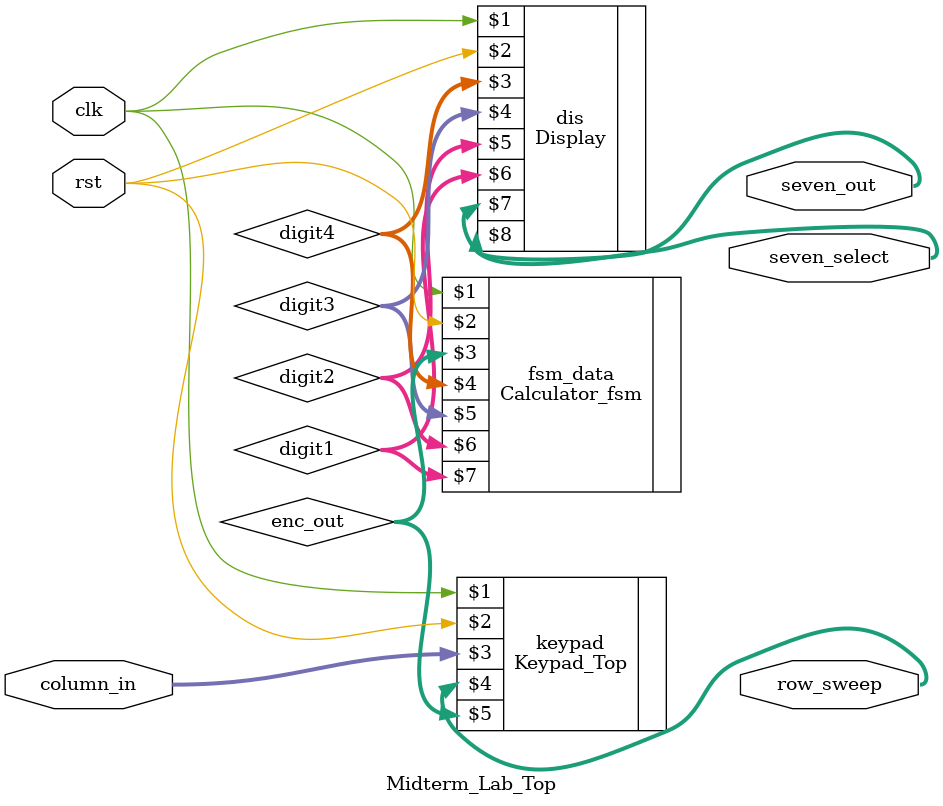
<source format=v>
`include "Column_Row_Shifter.v"
`include "fsm.v"
module Midterm_Lab_Top(clk,rst,column_in,row_sweep,seven_out,seven_select);

		input clk,rst;
		input [3:0] column_in;

		output [3:0] row_sweep, seven_select;
		output [6:0] seven_out;

		wire [7:0] enc_out;

		Keypad_Top keypad(clk,rst, column_in, row_sweep,enc_out);
		
		wire [3:0] digit4,digit3,digit2,digit1;

		Calculator_fsm  fsm_data(clk,rst,enc_out,digit4,digit3,digit2,digit1);
		
		
		Display dis(clk,rst,digit4,digit3,digit2,digit1,seven_out,seven_select);
				
		

endmodule

</source>
